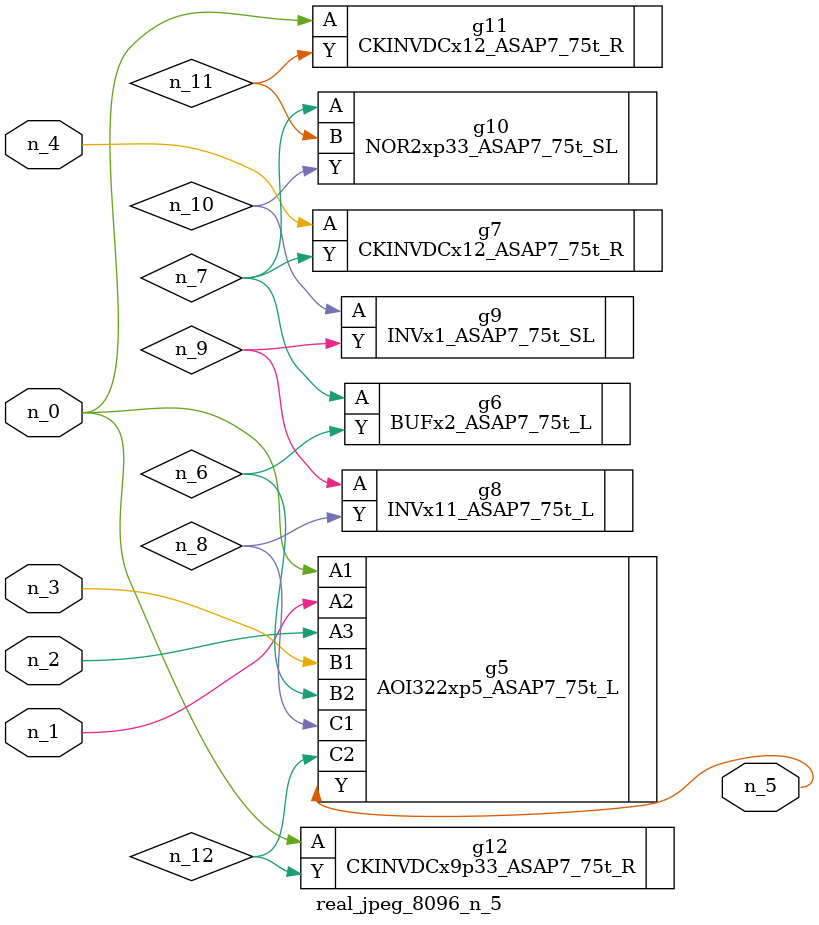
<source format=v>
module real_jpeg_8096_n_5 (n_4, n_0, n_1, n_2, n_3, n_5);

input n_4;
input n_0;
input n_1;
input n_2;
input n_3;

output n_5;

wire n_12;
wire n_8;
wire n_11;
wire n_6;
wire n_7;
wire n_10;
wire n_9;

AOI322xp5_ASAP7_75t_L g5 ( 
.A1(n_0),
.A2(n_1),
.A3(n_2),
.B1(n_3),
.B2(n_6),
.C1(n_8),
.C2(n_12),
.Y(n_5)
);

CKINVDCx12_ASAP7_75t_R g11 ( 
.A(n_0),
.Y(n_11)
);

CKINVDCx9p33_ASAP7_75t_R g12 ( 
.A(n_0),
.Y(n_12)
);

CKINVDCx12_ASAP7_75t_R g7 ( 
.A(n_4),
.Y(n_7)
);

BUFx2_ASAP7_75t_L g6 ( 
.A(n_7),
.Y(n_6)
);

NOR2xp33_ASAP7_75t_SL g10 ( 
.A(n_7),
.B(n_11),
.Y(n_10)
);

INVx11_ASAP7_75t_L g8 ( 
.A(n_9),
.Y(n_8)
);

INVx1_ASAP7_75t_SL g9 ( 
.A(n_10),
.Y(n_9)
);


endmodule
</source>
